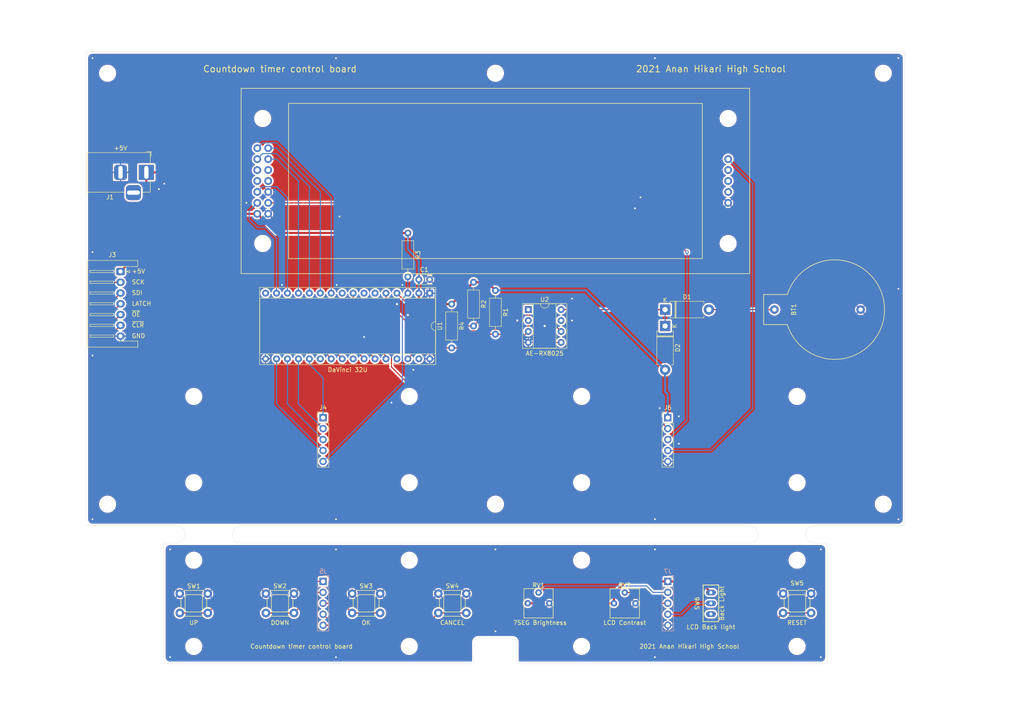
<source format=kicad_pcb>
(kicad_pcb (version 20171130) (host pcbnew "(5.1.10)-1")
  (layers (0 F.Cu signal) (31 B.Cu signal) (34 B.Paste user) (35 F.Paste user) (36 B.SilkS user) (37 F.SilkS user) (38 B.Mask user) (39 F.Mask user) (44 Edge.Cuts user))
  (net 0 "")
  (net 1 "Net-(BT1-Pad1)")
  (net 2 GND)
  (net 3 +5V)
  (net 4 "Net-(J1-Pad3)")
  (net 5 /LCD_CONT1)
  (net 6 /LCD_RS)
  (net 7 /LCD_EN)
  (net 8 "Net-(J2-Pad7)")
  (net 9 "Net-(J2-Pad8)")
  (net 10 "Net-(J2-Pad9)")
  (net 11 "Net-(J2-Pad10)")
  (net 12 /LCD_DB4)
  (net 13 /LCD_DB5)
  (net 14 /LCD_DB6)
  (net 15 /LCD_DB7)
  (net 16 /LCD_A1)
  (net 17 /SCK)
  (net 18 /SDI)
  (net 19 /LATCH)
  (net 20 /OE)
  (net 21 /CLR)
  (net 22 /RESET1)
  (net 23 /SW_CANCEL1)
  (net 24 /SW_OK1)
  (net 25 /SW_DOWN1)
  (net 26 /SW_UP1)
  (net 27 /SW_UP2)
  (net 28 /SW_DOWN2)
  (net 29 /SW_OK2)
  (net 30 /SW_CANCEL2)
  (net 31 /RESET2)
  (net 32 /PWM1)
  (net 33 /PWM2)
  (net 34 /LCD_CONT2)
  (net 35 /LCD_A2)
  (net 36 /SDA)
  (net 37 /SCL)
  (net 38 /INTA)
  (net 39 "Net-(U1-Pad6)")
  (net 40 "Net-(U1-Pad22)")
  (net 41 "Net-(U1-Pad7)")
  (net 42 "Net-(U1-Pad9)")
  (net 43 "Net-(U1-Pad25)")
  (net 44 "Net-(U1-Pad29)")
  (net 45 "Net-(U1-Pad31)")
  (net 46 "Net-(U1-Pad16)")
  (net 47 "Net-(U2-Pad1)")
  (net 48 "Net-(U2-Pad2)")
  (net 49 "Net-(U2-Pad7)")
  (net 50 "Net-(D1-Pad1)")
  (module MyLib:SS12D01G4 (layer F.Cu) (at 250 208 270)
    (fp_text reference SW6 (at 0 3.175 90) (layer F.SilkS))
    (fp_text value "Back Light" (at 0 -2.54 90) (layer F.SilkS))
    (pad e3 thru_hole oval (at 2.5 0 270) (size 1.3 2.3) (drill 0.7) (layers *.Cu *.Mask))
    (pad 2 thru_hole oval (at 0 0 270) (size 1.3 2.3) (drill 0.7) (layers *.Cu *.Mask) (net 35 /LCD_A2))
    (pad 1 thru_hole oval (at -2.5 0 270) (size 1.3 2.3) (drill 0.7) (layers *.Cu *.Mask) (net 3 +5V))
  )
  (module MyLib:GF063P1 (layer F.Cu) (at 230 208)
    (fp_text reference RV2 (at 0 -4.2) (layer F.SilkS))
    (fp_text value LCD_CONT)
    (pad 3 thru_hole circle (at 2.5 0) (size 1.5 1.5) (drill 0.7) (layers *.Cu *.Mask) (net 2 GND))
    (pad 2 thru_hole circle (at 0 -2.5) (size 1.5 1.5) (drill 0.7) (layers *.Cu *.Mask) (net 34 /LCD_CONT2))
    (pad 1 thru_hole circle (at -2.5 0) (size 1.5 1.5) (drill 0.7) (layers *.Cu *.Mask) (net 3 +5V))
  )
  (module MyLib:GF063P1 (layer F.Cu) (at 210 208)
    (fp_text reference RV1 (at 0 -4.2) (layer F.SilkS))
    (fp_text value 7SEG_BRGT)
    (pad 3 thru_hole circle (at 2.5 0) (size 1.5 1.5) (drill 0.7) (layers *.Cu *.Mask) (net 2 GND))
    (pad 2 thru_hole circle (at 0 -2.5) (size 1.5 1.5) (drill 0.7) (layers *.Cu *.Mask) (net 33 /PWM2))
    (pad 1 thru_hole circle (at -2.5 0) (size 1.5 1.5) (drill 0.7) (layers *.Cu *.Mask) (net 3 +5V))
  )
  (module MyLib:SC2004 (layer F.Cu) (at 200 110)
    (fp_text reference J2 hide)
    (fp_text value LCD_SC2004)
    (pad "" thru_hole circle (at 54 -2.54) (size 1.8 1.8) (drill 1) (layers *.Cu *.Mask))
    (pad "" thru_hole circle (at 54 2.54) (size 1.8 1.8) (drill 1) (layers *.Cu *.Mask))
    (pad "" thru_hole circle (at 54 0) (size 1.8 1.8) (drill 1) (layers *.Cu *.Mask))
    (pad 16 thru_hole circle (at 54 -5.08) (size 1.8 1.8) (drill 1) (layers *.Cu *.Mask) (net 16 /LCD_A1))
    (pad 15 thru_hole circle (at 54 5.08) (size 1.8 1.8) (drill 1) (layers *.Cu *.Mask) (net 2 GND))
    (pad "" np_thru_hole circle (at 54 14.5) (size 3.2 3.2) (drill 3.2) (layers *.Cu *.Mask))
    (pad "" np_thru_hole circle (at 54 -14.5) (size 3.2 3.2) (drill 3.2) (layers *.Cu *.Mask))
    (pad "" np_thru_hole circle (at -54 14.5) (size 3.2 3.2) (drill 3.2) (layers *.Cu *.Mask))
    (pad "" np_thru_hole circle (at -54 -14.5) (size 3.2 3.2) (drill 3.2) (layers *.Cu *.Mask))
    (pad 14 thru_hole circle (at -55.27 -7.62) (size 1.8 1.8) (drill 1) (layers *.Cu *.Mask) (net 15 /LCD_DB7))
    (pad 13 thru_hole circle (at -52.73 -7.62) (size 1.8 1.8) (drill 1) (layers *.Cu *.Mask) (net 14 /LCD_DB6))
    (pad 12 thru_hole circle (at -55.27 -5.08) (size 1.8 1.8) (drill 1) (layers *.Cu *.Mask) (net 13 /LCD_DB5))
    (pad 11 thru_hole circle (at -52.73 -5.08) (size 1.8 1.8) (drill 1) (layers *.Cu *.Mask) (net 12 /LCD_DB4))
    (pad 10 thru_hole circle (at -55.27 -2.54) (size 1.8 1.8) (drill 1) (layers *.Cu *.Mask) (net 11 "Net-(J2-Pad10)"))
    (pad 9 thru_hole circle (at -52.73 -2.54) (size 1.8 1.8) (drill 1) (layers *.Cu *.Mask) (net 10 "Net-(J2-Pad9)"))
    (pad 8 thru_hole circle (at -55.27 0) (size 1.8 1.8) (drill 1) (layers *.Cu *.Mask) (net 9 "Net-(J2-Pad8)"))
    (pad 7 thru_hole circle (at -52.73 0) (size 1.8 1.8) (drill 1) (layers *.Cu *.Mask) (net 8 "Net-(J2-Pad7)"))
    (pad 6 thru_hole circle (at -55.27 2.54) (size 1.8 1.8) (drill 1) (layers *.Cu *.Mask) (net 7 /LCD_EN))
    (pad 5 thru_hole circle (at -52.73 2.54) (size 1.8 1.8) (drill 1) (layers *.Cu *.Mask) (net 2 GND))
    (pad 4 thru_hole circle (at -55.27 5.08) (size 1.8 1.8) (drill 1) (layers *.Cu *.Mask) (net 6 /LCD_RS))
    (pad 3 thru_hole circle (at -52.73 5.08) (size 1.8 1.8) (drill 1) (layers *.Cu *.Mask) (net 5 /LCD_CONT1))
    (pad 2 thru_hole circle (at -55.27 7.62) (size 1.8 1.8) (drill 1) (layers *.Cu *.Mask) (net 3 +5V))
    (pad 1 thru_hole circle (at -52.73 7.62) (size 1.8 1.8) (drill 1) (layers *.Cu *.Mask) (net 2 GND))
  )
  (module MountingHole:MountingHole_2.5mm (layer F.Cu) (at 263 192)
    (fp_text reference REF** hide)
    (fp_text value MountingHole_2.5mm)
    (pad 1 np_thru_hole circle (at 0 0) (size 2.5 2.5) (drill 2.5) (layers *.Cu *.Mask))
  )
  (module MountingHole:MountingHole_2.5mm (layer F.Cu) (at 266.5 192)
    (fp_text reference REF** hide)
    (fp_text value MountingHole_2.5mm)
    (pad 1 np_thru_hole circle (at 0 0) (size 2.5 2.5) (drill 2.5) (layers *.Cu *.Mask))
  )
  (module MountingHole:MountingHole_2.5mm (layer F.Cu) (at 270 192)
    (fp_text reference REF** hide)
    (fp_text value MountingHole_2.5mm)
    (pad 1 np_thru_hole circle (at 0 0) (size 2.5 2.5) (drill 2.5) (layers *.Cu *.Mask))
  )
  (module MountingHole:MountingHole_2.5mm (layer F.Cu) (at 137 192)
    (fp_text reference REF** hide)
    (fp_text value MountingHole_2.5mm)
    (pad 1 np_thru_hole circle (at 0 0) (size 2.5 2.5) (drill 2.5) (layers *.Cu *.Mask))
  )
  (module MountingHole:MountingHole_2.5mm (layer F.Cu) (at 133.5 192)
    (fp_text reference REF** hide)
    (fp_text value MountingHole_2.5mm)
    (pad 1 np_thru_hole circle (at 0 0) (size 2.5 2.5) (drill 2.5) (layers *.Cu *.Mask))
  )
  (module MountingHole:MountingHole_2.5mm (layer F.Cu) (at 130 192)
    (fp_text reference REF** hide)
    (fp_text value MountingHole_2.5mm)
    (pad 1 np_thru_hole circle (at 0 0) (size 2.5 2.5) (drill 2.5) (layers *.Cu *.Mask))
  )
  (module MountingHole:MountingHole_3.2mm_M3 (layer F.Cu) (at 290 85)
    (fp_text reference REF** hide)
    (fp_text value MountingHole_3.2mm_M3 hide)
    (pad 1 np_thru_hole circle (at 0 0) (size 3.2 3.2) (drill 3.2) (layers *.Cu *.Mask))
  )
  (module MountingHole:MountingHole_3.2mm_M3 (layer F.Cu) (at 200 85)
    (fp_text reference REF** hide)
    (fp_text value MountingHole_3.2mm_M3 hide)
    (pad 1 np_thru_hole circle (at 0 0) (size 3.2 3.2) (drill 3.2) (layers *.Cu *.Mask))
  )
  (module MountingHole:MountingHole_3.2mm_M3 (layer F.Cu) (at 110 85)
    (fp_text reference REF** hide)
    (fp_text value MountingHole_3.2mm_M3 hide)
    (pad 1 np_thru_hole circle (at 0 0) (size 3.2 3.2) (drill 3.2) (layers *.Cu *.Mask))
  )
  (module MountingHole:MountingHole_3.2mm_M3 (layer F.Cu) (at 290 185)
    (fp_text reference REF** hide)
    (fp_text value MountingHole_3.2mm_M3 hide)
    (pad 1 np_thru_hole circle (at 0 0) (size 3.2 3.2) (drill 3.2) (layers *.Cu *.Mask))
  )
  (module MountingHole:MountingHole_3.2mm_M3 (layer F.Cu) (at 110 185)
    (fp_text reference REF** hide)
    (fp_text value MountingHole_3.2mm_M3 hide)
    (pad 1 np_thru_hole circle (at 0 0) (size 3.2 3.2) (drill 3.2) (layers *.Cu *.Mask))
  )
  (module MountingHole:MountingHole_3.2mm_M3 (layer F.Cu) (at 200 185)
    (fp_text reference REF** hide)
    (fp_text value MountingHole_3.2mm_M3 hide)
    (pad 1 np_thru_hole circle (at 0 0) (size 3.2 3.2) (drill 3.2) (layers *.Cu *.Mask))
  )
  (module MountingHole:MountingHole_3.2mm_M3 (layer F.Cu) (at 220 160)
    (fp_text reference REF** hide)
    (fp_text value MountingHole_3.2mm_M3 hide)
    (pad 1 np_thru_hole circle (at 0 0) (size 3.2 3.2) (drill 3.2) (layers *.Cu *.Mask))
  )
  (module MountingHole:MountingHole_3.2mm_M3 (layer F.Cu) (at 220 180)
    (fp_text reference REF** hide)
    (fp_text value MountingHole_3.2mm_M3 hide)
    (pad 1 np_thru_hole circle (at 0 0) (size 3.2 3.2) (drill 3.2) (layers *.Cu *.Mask))
  )
  (module MountingHole:MountingHole_3.2mm_M3 (layer F.Cu) (at 130 180)
    (fp_text reference REF** hide)
    (fp_text value MountingHole_3.2mm_M3 hide)
    (pad 1 np_thru_hole circle (at 0 0) (size 3.2 3.2) (drill 3.2) (layers *.Cu *.Mask))
  )
  (module MountingHole:MountingHole_3.2mm_M3 (layer F.Cu) (at 180 160)
    (fp_text reference REF** hide)
    (fp_text value MountingHole_3.2mm_M3 hide)
    (pad 1 np_thru_hole circle (at 0 0) (size 3.2 3.2) (drill 3.2) (layers *.Cu *.Mask))
  )
  (module MountingHole:MountingHole_3.2mm_M3 (layer F.Cu) (at 130 160)
    (fp_text reference REF** hide)
    (fp_text value MountingHole_3.2mm_M3 hide)
    (pad 1 np_thru_hole circle (at 0 0) (size 3.2 3.2) (drill 3.2) (layers *.Cu *.Mask))
  )
  (module MountingHole:MountingHole_3.2mm_M3 (layer F.Cu) (at 180 180)
    (fp_text reference REF** hide)
    (fp_text value MountingHole_3.2mm_M3 hide)
    (pad 1 np_thru_hole circle (at 0 0) (size 3.2 3.2) (drill 3.2) (layers *.Cu *.Mask))
  )
  (module MountingHole:MountingHole_3.2mm_M3 (layer F.Cu) (at 270 180)
    (fp_text reference REF** hide)
    (fp_text value MountingHole_3.2mm_M3 hide)
    (pad 1 np_thru_hole circle (at 0 0) (size 3.2 3.2) (drill 3.2) (layers *.Cu *.Mask))
  )
  (module MountingHole:MountingHole_3.2mm_M3 (layer F.Cu) (at 270 160)
    (fp_text reference REF** hide)
    (fp_text value MountingHole_3.2mm_M3 hide)
    (pad 1 np_thru_hole circle (at 0 0) (size 3.2 3.2) (drill 3.2) (layers *.Cu *.Mask))
  )
  (module MountingHole:MountingHole_3.2mm_M3 (layer F.Cu) (at 220 198)
    (fp_text reference REF** hide)
    (fp_text value MountingHole_3.2mm_M3 hide)
    (pad 1 np_thru_hole circle (at 0 0) (size 3.2 3.2) (drill 3.2) (layers *.Cu *.Mask))
  )
  (module MountingHole:MountingHole_3.2mm_M3 (layer F.Cu) (at 220 218)
    (fp_text reference REF** hide)
    (fp_text value MountingHole_3.2mm_M3 hide)
    (pad 1 np_thru_hole circle (at 0 0) (size 3.2 3.2) (drill 3.2) (layers *.Cu *.Mask))
  )
  (module MountingHole:MountingHole_3.2mm_M3 (layer F.Cu) (at 130 218)
    (fp_text reference REF** hide)
    (fp_text value MountingHole_3.2mm_M3 hide)
    (pad 1 np_thru_hole circle (at 0 0) (size 3.2 3.2) (drill 3.2) (layers *.Cu *.Mask))
  )
  (module MountingHole:MountingHole_3.2mm_M3 (layer F.Cu) (at 130 198)
    (fp_text reference REF** hide)
    (fp_text value MountingHole_3.2mm_M3 hide)
    (pad 1 np_thru_hole circle (at 0 0) (size 3.2 3.2) (drill 3.2) (layers *.Cu *.Mask))
  )
  (module MountingHole:MountingHole_3.2mm_M3 (layer F.Cu) (at 180 198)
    (fp_text reference REF** hide)
    (fp_text value MountingHole_3.2mm_M3 hide)
    (pad 1 np_thru_hole circle (at 0 0) (size 3.2 3.2) (drill 3.2) (layers *.Cu *.Mask))
  )
  (module MountingHole:MountingHole_3.2mm_M3 (layer F.Cu) (at 180 218)
    (fp_text reference REF** hide)
    (fp_text value MountingHole_3.2mm_M3 hide)
    (pad 1 np_thru_hole circle (at 0 0) (size 3.2 3.2) (drill 3.2) (layers *.Cu *.Mask))
  )
  (module MountingHole:MountingHole_3.2mm_M3 (layer F.Cu) (at 270 218)
    (fp_text reference REF** hide)
    (fp_text value MountingHole_3.2mm_M3 hide)
    (pad 1 np_thru_hole circle (at 0 0) (size 3.2 3.2) (drill 3.2) (layers *.Cu *.Mask))
  )
  (module MountingHole:MountingHole_3.2mm_M3 (layer F.Cu) (at 270 198)
    (fp_text reference REF** hide)
    (fp_text value MountingHole_3.2mm_M3 hide)
    (pad 1 np_thru_hole circle (at 0 0) (size 3.2 3.2) (drill 3.2) (layers *.Cu *.Mask))
  )
  (module Capacitor_THT:C_Disc_D3.4mm_W2.1mm_P2.50mm (layer F.Cu) (at 182.22 132.855)
    (fp_text reference C1 (at 1.25 -2.3) (layer F.SilkS))
    (fp_text value 0.1u)
    (pad 2 thru_hole circle (at 2.5 0) (size 1.6 1.6) (drill 0.8) (layers *.Cu *.Mask) (net 2 GND))
    (pad 1 thru_hole circle (at 0 0) (size 1.6 1.6) (drill 0.8) (layers *.Cu *.Mask) (net 3 +5V))
  )
  (module Diode_THT:D_DO-15_P10.16mm_Horizontal (layer F.Cu) (at 239.37 139.84)
    (fp_text reference D1 (at 5.08 -2.92) (layer F.SilkS))
    (fp_text value 1N4148)
    (fp_text user K (at 0 -2.2) (layer F.SilkS))
    (pad 2 thru_hole oval (at 10.16 0) (size 2.4 2.4) (drill 1.2) (layers *.Cu *.Mask) (net 1 "Net-(BT1-Pad1)"))
    (pad 1 thru_hole rect (at 0 0) (size 2.4 2.4) (drill 1.2) (layers *.Cu *.Mask) (net 50 "Net-(D1-Pad1)"))
  )
  (module Connector_BarrelJack:BarrelJack_Horizontal (layer F.Cu) (at 119 108)
    (fp_text reference J1 (at -8.45 5.75) (layer F.SilkS))
    (fp_text value POWER)
    (pad 3 thru_hole roundrect (at -3 4.7) (size 3.5 3.5) (drill oval 3 1) (layers *.Cu *.Mask) (net 4 "Net-(J1-Pad3)"))
    (pad 2 thru_hole roundrect (at -6 0) (size 3 3.5) (drill oval 1 3) (layers *.Cu *.Mask) (net 2 GND))
    (pad 1 thru_hole rect (at 0 0) (size 3.5 3.5) (drill oval 1 3) (layers *.Cu *.Mask) (net 3 +5V))
  )
  (module Connector_JST:JST_XH_S7B-XH-A-1_1x07_P2.50mm_Horizontal (layer F.Cu) (at 113 131 270)
    (fp_text reference J3 (at -3.86 1.9 180) (layer F.SilkS))
    (fp_text value SPI7SEG)
    (pad 7 thru_hole oval (at 15 0 270) (size 1.7 1.95) (drill 0.95) (layers *.Cu *.Mask) (net 2 GND))
    (pad 6 thru_hole oval (at 12.5 0 270) (size 1.7 1.95) (drill 0.95) (layers *.Cu *.Mask) (net 21 /CLR))
    (pad 5 thru_hole oval (at 10 0 270) (size 1.7 1.95) (drill 0.95) (layers *.Cu *.Mask) (net 20 /OE))
    (pad 4 thru_hole oval (at 7.5 0 270) (size 1.7 1.95) (drill 0.95) (layers *.Cu *.Mask) (net 19 /LATCH))
    (pad 3 thru_hole oval (at 5 0 270) (size 1.7 1.95) (drill 0.95) (layers *.Cu *.Mask) (net 18 /SDI))
    (pad 2 thru_hole oval (at 2.5 0 270) (size 1.7 1.95) (drill 0.95) (layers *.Cu *.Mask) (net 17 /SCK))
    (pad 1 thru_hole roundrect (at 0 0 270) (size 1.7 1.95) (drill 0.95) (layers *.Cu *.Mask) (roundrect_rratio 0.147059) (net 3 +5V))
  )
  (module Connector_PinHeader_2.54mm:PinHeader_1x05_P2.54mm_Vertical (layer F.Cu) (at 160 164.92)
    (fp_text reference J4 (at 0 -2.33) (layer F.SilkS))
    (fp_text value Conn_01x05)
    (pad 5 thru_hole oval (at 0 10.16) (size 1.7 1.7) (drill 1) (layers *.Cu *.Mask) (net 22 /RESET1))
    (pad 4 thru_hole oval (at 0 7.62) (size 1.7 1.7) (drill 1) (layers *.Cu *.Mask) (net 23 /SW_CANCEL1))
    (pad 3 thru_hole oval (at 0 5.08) (size 1.7 1.7) (drill 1) (layers *.Cu *.Mask) (net 24 /SW_OK1))
    (pad 2 thru_hole oval (at 0 2.54) (size 1.7 1.7) (drill 1) (layers *.Cu *.Mask) (net 25 /SW_DOWN1))
    (pad 1 thru_hole rect (at 0 0) (size 1.7 1.7) (drill 1) (layers *.Cu *.Mask) (net 26 /SW_UP1))
  )
  (module Connector_PinHeader_2.54mm:PinHeader_1x05_P2.54mm_Vertical (layer B.Cu) (at 160 202.92 180)
    (fp_text reference J5 (at 0 2.33) (layer B.SilkS) (effects (justify mirror)))
    (fp_text value Conn_01x05)
    (pad 5 thru_hole oval (at 0 -10.16 180) (size 1.7 1.7) (drill 1) (layers *.Cu *.Mask) (net 31 /RESET2))
    (pad 4 thru_hole oval (at 0 -7.62 180) (size 1.7 1.7) (drill 1) (layers *.Cu *.Mask) (net 30 /SW_CANCEL2))
    (pad 3 thru_hole oval (at 0 -5.08 180) (size 1.7 1.7) (drill 1) (layers *.Cu *.Mask) (net 29 /SW_OK2))
    (pad 2 thru_hole oval (at 0 -2.54 180) (size 1.7 1.7) (drill 1) (layers *.Cu *.Mask) (net 28 /SW_DOWN2))
    (pad 1 thru_hole rect (at 0 0 180) (size 1.7 1.7) (drill 1) (layers *.Cu *.Mask) (net 27 /SW_UP2))
  )
  (module Connector_PinHeader_2.54mm:PinHeader_1x05_P2.54mm_Vertical (layer F.Cu) (at 240 164.92)
    (fp_text reference J6 (at 0 -2.33) (layer F.SilkS))
    (fp_text value Conn_01x05)
    (pad 5 thru_hole oval (at 0 10.16) (size 1.7 1.7) (drill 1) (layers *.Cu *.Mask) (net 2 GND))
    (pad 4 thru_hole oval (at 0 7.62) (size 1.7 1.7) (drill 1) (layers *.Cu *.Mask) (net 16 /LCD_A1))
    (pad 3 thru_hole oval (at 0 5.08) (size 1.7 1.7) (drill 1) (layers *.Cu *.Mask) (net 5 /LCD_CONT1))
    (pad 2 thru_hole oval (at 0 2.54) (size 1.7 1.7) (drill 1) (layers *.Cu *.Mask) (net 32 /PWM1))
    (pad 1 thru_hole rect (at 0 0) (size 1.7 1.7) (drill 1) (layers *.Cu *.Mask) (net 3 +5V))
  )
  (module Connector_PinHeader_2.54mm:PinHeader_1x05_P2.54mm_Vertical (layer B.Cu) (at 240 202.92 180)
    (fp_text reference J7 (at 0 2.33) (layer B.SilkS) (effects (justify mirror)))
    (fp_text value Conn_01x05)
    (pad 5 thru_hole oval (at 0 -10.16 180) (size 1.7 1.7) (drill 1) (layers *.Cu *.Mask) (net 2 GND))
    (pad 4 thru_hole oval (at 0 -7.62 180) (size 1.7 1.7) (drill 1) (layers *.Cu *.Mask) (net 35 /LCD_A2))
    (pad 3 thru_hole oval (at 0 -5.08 180) (size 1.7 1.7) (drill 1) (layers *.Cu *.Mask) (net 34 /LCD_CONT2))
    (pad 2 thru_hole oval (at 0 -2.54 180) (size 1.7 1.7) (drill 1) (layers *.Cu *.Mask) (net 33 /PWM2))
    (pad 1 thru_hole rect (at 0 0 180) (size 1.7 1.7) (drill 1) (layers *.Cu *.Mask) (net 3 +5V))
  )
  (module Resistor_THT:R_Axial_DIN0207_L6.3mm_D2.5mm_P10.16mm_Horizontal (layer F.Cu) (at 200 135.395 270)
    (fp_text reference R1 (at 5.08 -2.37 90) (layer F.SilkS))
    (fp_text value 2k2)
    (pad 2 thru_hole oval (at 10.16 0 270) (size 1.6 1.6) (drill 0.8) (layers *.Cu *.Mask) (net 36 /SDA))
    (pad 1 thru_hole circle (at 0 0 270) (size 1.6 1.6) (drill 0.8) (layers *.Cu *.Mask) (net 3 +5V))
  )
  (module Resistor_THT:R_Axial_DIN0207_L6.3mm_D2.5mm_P10.16mm_Horizontal (layer F.Cu) (at 194.92 133.49 270)
    (fp_text reference R2 (at 5.08 -2.37 90) (layer F.SilkS))
    (fp_text value 2k2)
    (pad 2 thru_hole oval (at 10.16 0 270) (size 1.6 1.6) (drill 0.8) (layers *.Cu *.Mask) (net 37 /SCL))
    (pad 1 thru_hole circle (at 0 0 270) (size 1.6 1.6) (drill 0.8) (layers *.Cu *.Mask) (net 3 +5V))
  )
  (module Resistor_THT:R_Axial_DIN0207_L6.3mm_D2.5mm_P10.16mm_Horizontal (layer F.Cu) (at 179.68 122.06 270)
    (fp_text reference R3 (at 5.08 -2.37 90) (layer F.SilkS))
    (fp_text value 4k7)
    (pad 2 thru_hole oval (at 10.16 0 270) (size 1.6 1.6) (drill 0.8) (layers *.Cu *.Mask) (net 22 /RESET1))
    (pad 1 thru_hole circle (at 0 0 270) (size 1.6 1.6) (drill 0.8) (layers *.Cu *.Mask) (net 3 +5V))
  )
  (module Resistor_THT:R_Axial_DIN0207_L6.3mm_D2.5mm_P10.16mm_Horizontal (layer F.Cu) (at 189.84 138.57 270)
    (fp_text reference R4 (at 5.08 -2.37 90) (layer F.SilkS))
    (fp_text value 2k2)
    (pad 2 thru_hole oval (at 10.16 0 270) (size 1.6 1.6) (drill 0.8) (layers *.Cu *.Mask) (net 38 /INTA))
    (pad 1 thru_hole circle (at 0 0 270) (size 1.6 1.6) (drill 0.8) (layers *.Cu *.Mask) (net 3 +5V))
  )
  (module MyLib:TVDP01-G73AB (layer F.Cu) (at 130 208)
    (fp_text reference SW1 (at 0 -4) (layer F.SilkS))
    (fp_text value SW_UP)
    (pad 4 thru_hole circle (at 3.25 2.25) (size 2 2) (drill 1) (layers *.Cu *.Mask) (net 27 /SW_UP2))
    (pad 3 thru_hole circle (at 3.25 -2.25) (size 2 2) (drill 1) (layers *.Cu *.Mask) (net 2 GND))
    (pad 2 thru_hole circle (at -3.25 2.25) (size 2 2) (drill 1) (layers *.Cu *.Mask) (net 27 /SW_UP2))
    (pad 1 thru_hole circle (at -3.25 -2.25) (size 2 2) (drill 1) (layers *.Cu *.Mask) (net 2 GND))
  )
  (module MyLib:TVDP01-G73AB (layer F.Cu) (at 150 208)
    (fp_text reference SW2 (at 0 -4) (layer F.SilkS))
    (fp_text value SW_DOWN)
    (pad 4 thru_hole circle (at 3.25 2.25) (size 2 2) (drill 1) (layers *.Cu *.Mask) (net 28 /SW_DOWN2))
    (pad 3 thru_hole circle (at 3.25 -2.25) (size 2 2) (drill 1) (layers *.Cu *.Mask) (net 2 GND))
    (pad 2 thru_hole circle (at -3.25 2.25) (size 2 2) (drill 1) (layers *.Cu *.Mask) (net 28 /SW_DOWN2))
    (pad 1 thru_hole circle (at -3.25 -2.25) (size 2 2) (drill 1) (layers *.Cu *.Mask) (net 2 GND))
  )
  (module MyLib:TVDP01-G73AB (layer F.Cu) (at 170 208)
    (fp_text reference SW3 (at 0 -4) (layer F.SilkS))
    (fp_text value SW_OK)
    (pad 4 thru_hole circle (at 3.25 2.25) (size 2 2) (drill 1) (layers *.Cu *.Mask) (net 29 /SW_OK2))
    (pad 3 thru_hole circle (at 3.25 -2.25) (size 2 2) (drill 1) (layers *.Cu *.Mask) (net 2 GND))
    (pad 2 thru_hole circle (at -3.25 2.25) (size 2 2) (drill 1) (layers *.Cu *.Mask) (net 29 /SW_OK2))
    (pad 1 thru_hole circle (at -3.25 -2.25) (size 2 2) (drill 1) (layers *.Cu *.Mask) (net 2 GND))
  )
  (module MyLib:TVDP01-G73AB (layer F.Cu) (at 190 208)
    (fp_text reference SW4 (at 0 -4) (layer F.SilkS))
    (fp_text value SW_CANCEL)
    (pad 4 thru_hole circle (at 3.25 2.25) (size 2 2) (drill 1) (layers *.Cu *.Mask) (net 30 /SW_CANCEL2))
    (pad 3 thru_hole circle (at 3.25 -2.25) (size 2 2) (drill 1) (layers *.Cu *.Mask) (net 2 GND))
    (pad 2 thru_hole circle (at -3.25 2.25) (size 2 2) (drill 1) (layers *.Cu *.Mask) (net 30 /SW_CANCEL2))
    (pad 1 thru_hole circle (at -3.25 -2.25) (size 2 2) (drill 1) (layers *.Cu *.Mask) (net 2 GND))
  )
  (module MyLib:TVDP01-G73AB (layer F.Cu) (at 270 208)
    (fp_text reference SW5 (at 0 -4.66) (layer F.SilkS))
    (fp_text value RESET)
    (pad 4 thru_hole circle (at 3.25 2.25) (size 2 2) (drill 1) (layers *.Cu *.Mask) (net 31 /RESET2))
    (pad 3 thru_hole circle (at 3.25 -2.25) (size 2 2) (drill 1) (layers *.Cu *.Mask) (net 2 GND))
    (pad 2 thru_hole circle (at -3.25 2.25) (size 2 2) (drill 1) (layers *.Cu *.Mask) (net 31 /RESET2))
    (pad 1 thru_hole circle (at -3.25 -2.25) (size 2 2) (drill 1) (layers *.Cu *.Mask) (net 2 GND))
  )
  (module Package_DIP:DIP-32_W15.24mm_Socket (layer F.Cu) (at 184.76 136.03 270)
    (fp_text reference U1 (at 7.62 -2.33 90) (layer F.SilkS))
    (fp_text value DaVinci_32U)
    (pad 32 thru_hole oval (at 15.24 0 270) (size 1.6 1.6) (drill 0.8) (layers *.Cu *.Mask) (net 2 GND))
    (pad 16 thru_hole oval (at 0 38.1 270) (size 1.6 1.6) (drill 0.8) (layers *.Cu *.Mask) (net 46 "Net-(U1-Pad16)"))
    (pad 31 thru_hole oval (at 15.24 2.54 270) (size 1.6 1.6) (drill 0.8) (layers *.Cu *.Mask) (net 45 "Net-(U1-Pad31)"))
    (pad 15 thru_hole oval (at 0 35.56 270) (size 1.6 1.6) (drill 0.8) (layers *.Cu *.Mask) (net 6 /LCD_RS))
    (pad 30 thru_hole oval (at 15.24 5.08 270) (size 1.6 1.6) (drill 0.8) (layers *.Cu *.Mask) (net 38 /INTA))
    (pad 14 thru_hole oval (at 0 33.02 270) (size 1.6 1.6) (drill 0.8) (layers *.Cu *.Mask) (net 7 /LCD_EN))
    (pad 29 thru_hole oval (at 15.24 7.62 270) (size 1.6 1.6) (drill 0.8) (layers *.Cu *.Mask) (net 44 "Net-(U1-Pad29)"))
    (pad 13 thru_hole oval (at 0 30.48 270) (size 1.6 1.6) (drill 0.8) (layers *.Cu *.Mask) (net 12 /LCD_DB4))
    (pad 28 thru_hole oval (at 15.24 10.16 270) (size 1.6 1.6) (drill 0.8) (layers *.Cu *.Mask) (net 21 /CLR))
    (pad 12 thru_hole oval (at 0 27.94 270) (size 1.6 1.6) (drill 0.8) (layers *.Cu *.Mask) (net 13 /LCD_DB5))
    (pad 27 thru_hole oval (at 15.24 12.7 270) (size 1.6 1.6) (drill 0.8) (layers *.Cu *.Mask) (net 20 /OE))
    (pad 11 thru_hole oval (at 0 25.4 270) (size 1.6 1.6) (drill 0.8) (layers *.Cu *.Mask) (net 14 /LCD_DB6))
    (pad 26 thru_hole oval (at 15.24 15.24 270) (size 1.6 1.6) (drill 0.8) (layers *.Cu *.Mask) (net 19 /LATCH))
    (pad 10 thru_hole oval (at 0 22.86 270) (size 1.6 1.6) (drill 0.8) (layers *.Cu *.Mask) (net 15 /LCD_DB7))
    (pad 25 thru_hole oval (at 15.24 17.78 270) (size 1.6 1.6) (drill 0.8) (layers *.Cu *.Mask) (net 43 "Net-(U1-Pad25)"))
    (pad 9 thru_hole oval (at 0 20.32 270) (size 1.6 1.6) (drill 0.8) (layers *.Cu *.Mask) (net 42 "Net-(U1-Pad9)"))
    (pad 24 thru_hole oval (at 15.24 20.32 270) (size 1.6 1.6) (drill 0.8) (layers *.Cu *.Mask) (net 18 /SDI))
    (pad 8 thru_hole oval (at 0 17.78 270) (size 1.6 1.6) (drill 0.8) (layers *.Cu *.Mask) (net 32 /PWM1))
    (pad 23 thru_hole oval (at 15.24 22.86 270) (size 1.6 1.6) (drill 0.8) (layers *.Cu *.Mask) (net 17 /SCK))
    (pad 7 thru_hole oval (at 0 15.24 270) (size 1.6 1.6) (drill 0.8) (layers *.Cu *.Mask) (net 41 "Net-(U1-Pad7)"))
    (pad 22 thru_hole oval (at 15.24 25.4 270) (size 1.6 1.6) (drill 0.8) (layers *.Cu *.Mask) (net 40 "Net-(U1-Pad22)"))
    (pad 6 thru_hole oval (at 0 12.7 270) (size 1.6 1.6) (drill 0.8) (layers *.Cu *.Mask) (net 39 "Net-(U1-Pad6)"))
    (pad 21 thru_hole oval (at 15.24 27.94 270) (size 1.6 1.6) (drill 0.8) (layers *.Cu *.Mask) (net 26 /SW_UP1))
    (pad 5 thru_hole oval (at 0 10.16 270) (size 1.6 1.6) (drill 0.8) (layers *.Cu *.Mask) (net 36 /SDA))
    (pad 20 thru_hole oval (at 15.24 30.48 270) (size 1.6 1.6) (drill 0.8) (layers *.Cu *.Mask) (net 25 /SW_DOWN1))
    (pad 4 thru_hole oval (at 0 7.62 270) (size 1.6 1.6) (drill 0.8) (layers *.Cu *.Mask) (net 37 /SCL))
    (pad 19 thru_hole oval (at 15.24 33.02 270) (size 1.6 1.6) (drill 0.8) (layers *.Cu *.Mask) (net 24 /SW_OK1))
    (pad 3 thru_hole oval (at 0 5.08 270) (size 1.6 1.6) (drill 0.8) (layers *.Cu *.Mask) (net 22 /RESET1))
    (pad 18 thru_hole oval (at 15.24 35.56 270) (size 1.6 1.6) (drill 0.8) (layers *.Cu *.Mask) (net 23 /SW_CANCEL1))
    (pad 2 thru_hole oval (at 0 2.54 270) (size 1.6 1.6) (drill 0.8) (layers *.Cu *.Mask) (net 3 +5V))
    (pad 17 thru_hole oval (at 15.24 38.1 270) (size 1.6 1.6) (drill 0.8) (layers *.Cu *.Mask) (net 2 GND))
    (pad 1 thru_hole rect (at 0 0 270) (size 1.6 1.6) (drill 0.8) (layers *.Cu *.Mask) (net 2 GND))
  )
  (module Package_DIP:DIP-8_W7.62mm_Socket (layer F.Cu) (at 207.62 139.84)
    (fp_text reference U2 (at 3.81 -2.33) (layer F.SilkS))
    (fp_text value AE-RX8025)
    (pad 8 thru_hole oval (at 7.62 0) (size 1.6 1.6) (drill 0.8) (layers *.Cu *.Mask) (net 50 "Net-(D1-Pad1)"))
    (pad 4 thru_hole oval (at 0 7.62) (size 1.6 1.6) (drill 0.8) (layers *.Cu *.Mask) (net 2 GND))
    (pad 7 thru_hole oval (at 7.62 2.54) (size 1.6 1.6) (drill 0.8) (layers *.Cu *.Mask) (net 49 "Net-(U2-Pad7)"))
    (pad 3 thru_hole oval (at 0 5.08) (size 1.6 1.6) (drill 0.8) (layers *.Cu *.Mask) (net 38 /INTA))
    (pad 6 thru_hole oval (at 7.62 5.08) (size 1.6 1.6) (drill 0.8) (layers *.Cu *.Mask) (net 37 /SCL))
    (pad 2 thru_hole oval (at 0 2.54) (size 1.6 1.6) (drill 0.8) (layers *.Cu *.Mask) (net 48 "Net-(U2-Pad2)"))
    (pad 5 thru_hole oval (at 7.62 7.62) (size 1.6 1.6) (drill 0.8) (layers *.Cu *.Mask) (net 36 /SDA))
    (pad 1 thru_hole rect (at 0 0) (size 1.6 1.6) (drill 0.8) (layers *.Cu *.Mask) (net 47 "Net-(U2-Pad1)"))
  )
  (module Diode_THT:D_DO-15_P10.16mm_Horizontal (layer F.Cu) (at 239.37 143.65 270)
    (fp_text reference D2 (at 5.08 -2.92 90) (layer F.SilkS))
    (fp_text value 1N4148)
    (fp_text user K (at 0 -2.2 90) (layer F.SilkS))
    (pad 2 thru_hole oval (at 10.16 0 270) (size 2.4 2.4) (drill 1.2) (layers *.Cu *.Mask) (net 3 +5V))
    (pad 1 thru_hole rect (at 0 0 270) (size 2.4 2.4) (drill 1.2) (layers *.Cu *.Mask) (net 50 "Net-(D1-Pad1)"))
  )
  (module MyLib:CH25-2032LF (layer F.Cu) (at 278.74 139.84 270)
    (fp_text reference BT1 (at 0 9.5 90) (layer F.SilkS))
    (fp_text value CR2025)
    (pad 2 thru_hole circle (at 0 -6 270) (size 2 2) (drill 1) (layers *.Cu *.Mask) (net 2 GND))
    (pad 1 thru_hole circle (at 0 14 270) (size 2 2) (drill 1) (layers *.Cu *.Mask) (net 1 "Net-(BT1-Pad1)"))
  )
  (gr_text AE-RX8025 (at 211.43 150) (layer F.SilkS) (effects (font (size 1 1))))
  (gr_text "DaVinci 32U" (at 165.71 153.81) (layer F.SilkS) (effects (font (size 1 1))))
  (gr_text "Countdown timer control board" (at 155 218) (layer F.SilkS) (effects (font (size 1 1))))
  (gr_text "2021 Anan Hikari High School" (at 250 84) (layer F.SilkS) (effects (font (size 1.5 1.5) (thickness 0.2))))
  (gr_text "Countdown timer control board" (at 150 84) (layer F.SilkS) (effects (font (size 1.5 1.5) (thickness 0.2))))
  (gr_text "2021 Anan Hikari High School" (at 245 218) (layer F.SilkS) (effects (font (size 1 1))))
  (gr_text UP (at 130 212.5) (layer F.SilkS) (effects (font (size 1 1))))
  (gr_text DOWN (at 150 212.5) (layer F.SilkS) (effects (font (size 1 1))))
  (gr_text OK (at 170 212.5) (layer F.SilkS) (effects (font (size 1 1))))
  (gr_text CANCEL (at 190 212.5) (layer F.SilkS) (effects (font (size 1 1))))
  (gr_text RESET (at 270 212.5) (layer F.SilkS) (effects (font (size 1 1))))
  (gr_text "LCD Back light" (at 250 213.5) (layer F.SilkS) (effects (font (size 1 1))))
  (gr_text "LCD Contrast" (at 230 212.5) (layer F.SilkS) (effects (font (size 1 1))))
  (gr_text "7SEG Brightness" (at 210.32 212.5) (layer F.SilkS) (effects (font (size 1 1))))
  (gr_text GND (at 115.545 145.95) (layer F.SilkS) (effects (font (size 1 1)) (justify left)))
  (gr_text ~CLR (at 115.545 143.45) (layer F.SilkS) (effects (font (size 1 1)) (justify left)))
  (gr_text ~OE (at 115.545 140.95) (layer F.SilkS) (effects (font (size 1 1)) (justify left)))
  (gr_text LATCH (at 115.545 138.45) (layer F.SilkS) (effects (font (size 1 1)) (justify left)))
  (gr_text SDI (at 115.545 135.95) (layer F.SilkS) (effects (font (size 1 1)) (justify left)))
  (gr_text SCK (at 115.545 133.45) (layer F.SilkS) (effects (font (size 1 1)) (justify left)))
  (gr_text +5V (at 115.545 130.95) (layer F.SilkS) (effects (font (size 1 1)) (justify left)))
  (gr_line (start 141 194) (end 259 194) (layer Edge.Cuts) (width 0.05))
  (gr_line (start 259 190) (end 141 190) (layer Edge.Cuts) (width 0.05))
  (gr_arc (start 259 192) (end 259 194) (angle -180) (layer Edge.Cuts) (width 0.05))
  (gr_line (start 277 194) (end 274 194) (layer Edge.Cuts) (width 0.05))
  (gr_line (start 274 190) (end 295 190) (layer Edge.Cuts) (width 0.05))
  (gr_line (start 123 194) (end 126 194) (layer Edge.Cuts) (width 0.05))
  (gr_arc (start 141 192) (end 141 190) (angle -180) (layer Edge.Cuts) (width 0.05))
  (gr_line (start 126 190) (end 105 190) (layer Edge.Cuts) (width 0.05))
  (gr_arc (start 126 192) (end 126 194) (angle -180) (layer Edge.Cuts) (width 0.05))
  (gr_arc (start 274 192) (end 274 190) (angle -180) (layer Edge.Cuts) (width 0.05))
  (gr_text +5V (at 113.005 102.375) (layer F.SilkS) (effects (font (size 1 1))))
  (gr_line (start 105 80) (end 105 190) (layer Edge.Cuts) (width 0.05))
  (gr_line (start 295 80) (end 105 80) (layer Edge.Cuts) (width 0.05))
  (gr_line (start 295 190) (end 295 80) (layer Edge.Cuts) (width 0.05))
  (gr_line (start 195 222) (end 123 222) (layer Edge.Cuts) (width 0.05))
  (gr_line (start 205 222) (end 277 222) (layer Edge.Cuts) (width 0.05))
  (gr_arc (start 204 217) (end 205 217) (angle -90) (layer Edge.Cuts) (width 0.05))
  (gr_arc (start 196 217) (end 196 216) (angle -90) (layer Edge.Cuts) (width 0.05))
  (gr_line (start 205 217) (end 205 222) (layer Edge.Cuts) (width 0.05))
  (gr_line (start 196 216) (end 204 216) (layer Edge.Cuts) (width 0.05))
  (gr_line (start 195 222) (end 195 217) (layer Edge.Cuts) (width 0.05))
  (gr_line (start 277 222) (end 277 194) (layer Edge.Cuts) (width 0.05))
  (gr_line (start 123 194) (end 123 222) (layer Edge.Cuts) (width 0.05))
  (segment (start 264.74 139.84) (end 249.53 139.84) (width 0.25) (layer F.Cu) (net 1))
  (via (at 106.5 81.5) (size 0.8) (drill 0.4) (layers F.Cu B.Cu) (net 2))
  (via (at 293.5 81.5) (size 0.8) (drill 0.4) (layers F.Cu B.Cu) (net 2))
  (via (at 293.5 188.5) (size 0.8) (drill 0.4) (layers F.Cu B.Cu) (net 2))
  (via (at 106.5 188.5) (size 0.8) (drill 0.4) (layers F.Cu B.Cu) (net 2))
  (via (at 163 81.5) (size 0.8) (drill 0.4) (layers F.Cu B.Cu) (net 2))
  (via (at 237 81.5) (size 0.8) (drill 0.4) (layers F.Cu B.Cu) (net 2))
  (via (at 237 188.5) (size 0.8) (drill 0.4) (layers F.Cu B.Cu) (net 2))
  (via (at 163 188.5) (size 0.8) (drill 0.4) (layers F.Cu B.Cu) (net 2))
  (via (at 293.5 135) (size 0.8) (drill 0.4) (layers F.Cu B.Cu) (net 2))
  (via (at 106.5 126.5) (size 0.8) (drill 0.4) (layers F.Cu B.Cu) (net 2))
  (via (at 106.5 150.5) (size 0.8) (drill 0.4) (layers F.Cu B.Cu) (net 2))
  (via (at 163.805 118.25) (size 0.8) (drill 0.4) (layers F.Cu B.Cu) (net 2))
  (via (at 124.5 195.5) (size 0.8) (drill 0.4) (layers F.Cu B.Cu) (net 2))
  (via (at 124.5 220.5) (size 0.8) (drill 0.4) (layers F.Cu B.Cu) (net 2))
  (via (at 275.5 220.5) (size 0.8) (drill 0.4) (layers F.Cu B.Cu) (net 2))
  (via (at 275.5 195.5) (size 0.8) (drill 0.4) (layers F.Cu B.Cu) (net 2))
  (via (at 200 195.5) (size 0.8) (drill 0.4) (layers F.Cu B.Cu) (net 2))
  (via (at 200 214.5) (size 0.8) (drill 0.4) (layers F.Cu B.Cu) (net 2))
  (via (at 123.165 110.63) (size 0.8) (drill 0.4) (layers F.Cu B.Cu) (net 2))
  (via (at 121.895 111.9) (size 0.8) (drill 0.4) (layers F.Cu B.Cu) (net 2))
  (via (at 142.215 115.075) (size 0.8) (drill 0.4) (layers F.Cu B.Cu) (net 2))
  (via (at 169.52 146.19) (size 0.8) (drill 0.4) (layers F.Cu B.Cu) (net 2))
  (via (at 150.47 134.125) (size 0.8) (drill 0.4) (layers F.Cu B.Cu) (net 2))
  (via (at 163.17 134.125) (size 0.8) (drill 0.4) (layers F.Cu B.Cu) (net 2))
  (via (at 178.41 134.125) (size 0.8) (drill 0.4) (layers F.Cu B.Cu) (net 2))
  (via (at 180.95 153.81) (size 0.8) (drill 0.4) (layers F.Cu B.Cu) (net 2))
  (via (at 242.545 170.955) (size 0.8) (drill 0.4) (layers F.Cu B.Cu) (net 2))
  (via (at 242.545 164.605) (size 0.8) (drill 0.4) (layers F.Cu B.Cu) (net 2))
  (via (at 238.1 162.7) (size 0.8) (drill 0.4) (layers F.Cu B.Cu) (net 2))
  (via (at 175.87 161.43) (size 0.8) (drill 0.4) (layers F.Cu B.Cu) (net 2))
  (via (at 163 195.5) (size 0.8) (drill 0.4) (layers F.Cu B.Cu) (net 2))
  (via (at 163 220.5) (size 0.8) (drill 0.4) (layers F.Cu B.Cu) (net 2))
  (via (at 237 195.5) (size 0.8) (drill 0.4) (layers F.Cu B.Cu) (net 2))
  (via (at 237 220.5) (size 0.8) (drill 0.4) (layers F.Cu B.Cu) (net 2))
  (via (at 205.08 142.38) (size 1) (drill 0.5) (layers F.Cu B.Cu) (net 2))
  (segment (start 205.08 144.92) (end 207.62 147.46) (width 0.5) (layer B.Cu) (net 2))
  (segment (start 205.08 142.38) (end 205.08 144.92) (width 0.5) (layer B.Cu) (net 2))
  (segment (start 179.68 141.11) (end 184.76 136.03) (width 0.5) (layer B.Cu) (net 2))
  (via (at 179.68 141.11) (size 1) (drill 0.5) (layers F.Cu B.Cu) (net 2))
  (segment (start 203.175 142.38) (end 205.08 142.38) (width 0.5) (layer F.Cu) (net 2))
  (segment (start 183.49 144.92) (end 198.095 144.92) (width 0.5) (layer F.Cu) (net 2))
  (segment (start 179.68 141.11) (end 183.49 144.92) (width 0.5) (layer F.Cu) (net 2))
  (segment (start 198.095 144.92) (end 198.73 144.285) (width 0.5) (layer F.Cu) (net 2))
  (segment (start 198.73 144.285) (end 201.27 144.285) (width 0.5) (layer F.Cu) (net 2))
  (segment (start 201.27 144.285) (end 203.175 142.38) (width 0.5) (layer F.Cu) (net 2))
  (via (at 211.43 143.65) (size 1) (drill 0.5) (layers F.Cu B.Cu) (net 2))
  (segment (start 207.62 147.46) (end 211.43 143.65) (width 0.5) (layer B.Cu) (net 2))
  (via (at 177.14 138.57) (size 1) (drill 0.5) (layers F.Cu B.Cu) (net 2))
  (segment (start 179.68 141.11) (end 177.14 138.57) (width 0.5) (layer F.Cu) (net 2))
  (via (at 232.385 116.345) (size 0.8) (drill 0.4) (layers F.Cu B.Cu) (net 2))
  (via (at 233.655 113.805) (size 0.8) (drill 0.4) (layers F.Cu B.Cu) (net 2))
  (via (at 217.78 137.3) (size 0.8) (drill 0.4) (layers F.Cu B.Cu) (net 2))
  (via (at 217.78 142.38) (size 0.8) (drill 0.4) (layers F.Cu B.Cu) (net 2))
  (segment (start 171.924999 204.424999) (end 173.25 205.75) (width 0.25) (layer B.Cu) (net 2))
  (segment (start 210.105 208) (end 207.5 208) (width 0.5) (layer F.Cu) (net 3))
  (segment (start 211.59 206.515) (end 210.105 208) (width 0.5) (layer F.Cu) (net 3))
  (segment (start 214.13 206.515) (end 211.59 206.515) (width 0.5) (layer F.Cu) (net 3))
  (segment (start 227.5 208) (end 215.615 208) (width 0.5) (layer F.Cu) (net 3))
  (segment (start 215.615 208) (end 214.13 206.515) (width 0.5) (layer F.Cu) (net 3))
  (segment (start 247.42 202.92) (end 250 205.5) (width 0.5) (layer F.Cu) (net 3))
  (segment (start 240 202.92) (end 247.42 202.92) (width 0.5) (layer F.Cu) (net 3))
  (segment (start 119 125) (end 113 131) (width 0.5) (layer F.Cu) (net 3))
  (segment (start 119 108) (end 119 125) (width 0.5) (layer F.Cu) (net 3))
  (segment (start 149.17 122.06) (end 179.68 122.06) (width 0.5) (layer F.Cu) (net 3))
  (segment (start 144.73 117.62) (end 149.17 122.06) (width 0.5) (layer F.Cu) (net 3))
  (segment (start 136.505 117.62) (end 144.73 117.62) (width 0.5) (layer F.Cu) (net 3))
  (segment (start 119 108) (end 126.885 108) (width 0.5) (layer F.Cu) (net 3))
  (segment (start 126.885 108) (end 136.505 117.62) (width 0.5) (layer F.Cu) (net 3))
  (segment (start 182.22 132.855) (end 182.22 136.03) (width 0.5) (layer B.Cu) (net 3))
  (segment (start 179.68 122.06) (end 179.68 125.87) (width 0.5) (layer B.Cu) (net 3))
  (segment (start 182.22 128.41) (end 182.22 132.855) (width 0.5) (layer B.Cu) (net 3))
  (segment (start 179.68 125.87) (end 182.22 128.41) (width 0.5) (layer B.Cu) (net 3))
  (segment (start 240 202.92) (end 230.265 202.92) (width 0.5) (layer F.Cu) (net 3))
  (segment (start 227.5 205.685) (end 227.5 208) (width 0.5) (layer F.Cu) (net 3))
  (segment (start 230.265 202.92) (end 227.5 205.685) (width 0.5) (layer F.Cu) (net 3))
  (segment (start 182.22 136.03) (end 182.22 137.3) (width 0.5) (layer F.Cu) (net 3))
  (segment (start 183.49 138.57) (end 189.84 138.57) (width 0.5) (layer F.Cu) (net 3))
  (segment (start 182.22 137.3) (end 183.49 138.57) (width 0.5) (layer F.Cu) (net 3))
  (segment (start 189.84 138.57) (end 194.92 133.49) (width 0.5) (layer F.Cu) (net 3))
  (segment (start 198.095 133.49) (end 200 135.395) (width 0.5) (layer F.Cu) (net 3))
  (segment (start 194.92 133.49) (end 198.095 133.49) (width 0.5) (layer F.Cu) (net 3))
  (segment (start 239.37 153.81) (end 239.37 158.89) (width 0.5) (layer B.Cu) (net 3))
  (segment (start 240 159.52) (end 240 164.92) (width 0.5) (layer B.Cu) (net 3))
  (segment (start 239.37 158.89) (end 240 159.52) (width 0.5) (layer B.Cu) (net 3))
  (segment (start 220.955 135.395) (end 239.37 153.81) (width 0.5) (layer B.Cu) (net 3))
  (segment (start 200 135.395) (end 220.955 135.395) (width 0.5) (layer B.Cu) (net 3))
  (segment (start 233.025 115.08) (end 147.27 115.08) (width 0.25) (layer F.Cu) (net 5))
  (segment (start 244.45 126.505) (end 233.025 115.08) (width 0.25) (layer F.Cu) (net 5))
  (segment (start 240 170) (end 244.45 165.55) (width 0.25) (layer B.Cu) (net 5))
  (via (at 244.45 126.505) (size 0.8) (drill 0.4) (layers F.Cu B.Cu) (net 5))
  (segment (start 244.45 165.55) (end 244.45 126.505) (width 0.25) (layer B.Cu) (net 5))
  (segment (start 142.85 116.96) (end 144.73 115.08) (width 0.25) (layer B.Cu) (net 6))
  (segment (start 149.2 123.33) (end 146.66 120.79) (width 0.25) (layer B.Cu) (net 6))
  (segment (start 142.85 118.885) (end 142.85 116.96) (width 0.25) (layer B.Cu) (net 6))
  (segment (start 149.2 136.03) (end 149.2 123.33) (width 0.25) (layer B.Cu) (net 6))
  (segment (start 146.66 120.79) (end 144.755 120.79) (width 0.25) (layer B.Cu) (net 6))
  (segment (start 144.755 120.79) (end 142.85 118.885) (width 0.25) (layer B.Cu) (net 6))
  (segment (start 145.955001 111.314999) (end 144.73 112.54) (width 0.25) (layer B.Cu) (net 7))
  (segment (start 149.249999 111.314999) (end 145.955001 111.314999) (width 0.25) (layer B.Cu) (net 7))
  (segment (start 151.74 136.03) (end 151.74 113.805) (width 0.25) (layer B.Cu) (net 7))
  (segment (start 151.74 113.805) (end 149.249999 111.314999) (width 0.25) (layer B.Cu) (net 7))
  (segment (start 154.28 136.03) (end 154.28 109.995) (width 0.25) (layer B.Cu) (net 12))
  (segment (start 149.205 104.92) (end 147.27 104.92) (width 0.25) (layer B.Cu) (net 12))
  (segment (start 154.28 109.995) (end 149.205 104.92) (width 0.25) (layer B.Cu) (net 12))
  (segment (start 146.005 103.645) (end 144.73 104.92) (width 0.25) (layer B.Cu) (net 13))
  (segment (start 149.2 103.645) (end 146.005 103.645) (width 0.25) (layer B.Cu) (net 13))
  (segment (start 156.82 136.03) (end 156.82 111.265) (width 0.25) (layer B.Cu) (net 13))
  (segment (start 156.82 111.265) (end 149.2 103.645) (width 0.25) (layer B.Cu) (net 13))
  (segment (start 149.205 102.38) (end 147.27 102.38) (width 0.25) (layer B.Cu) (net 14))
  (segment (start 159.36 136.03) (end 159.36 112.535) (width 0.25) (layer B.Cu) (net 14))
  (segment (start 159.36 112.535) (end 149.205 102.38) (width 0.25) (layer B.Cu) (net 14))
  (segment (start 145.955001 101.154999) (end 144.73 102.38) (width 0.25) (layer B.Cu) (net 15))
  (segment (start 149.249999 101.154999) (end 145.955001 101.154999) (width 0.25) (layer B.Cu) (net 15))
  (segment (start 161.9 136.03) (end 161.9 113.805) (width 0.25) (layer B.Cu) (net 15))
  (segment (start 161.9 113.805) (end 149.249999 101.154999) (width 0.25) (layer B.Cu) (net 15))
  (segment (start 259.69 110.61) (end 254 104.92) (width 0.25) (layer B.Cu) (net 16))
  (segment (start 259.69 162.85) (end 259.69 110.61) (width 0.25) (layer B.Cu) (net 16))
  (segment (start 250 172.54) (end 259.69 162.85) (width 0.25) (layer B.Cu) (net 16))
  (segment (start 240 172.54) (end 250 172.54) (width 0.25) (layer B.Cu) (net 16))
  (segment (start 111.775 133.5) (end 113 133.5) (width 0.25) (layer F.Cu) (net 17))
  (segment (start 160.63 150) (end 112.198501 150) (width 0.25) (layer F.Cu) (net 17))
  (segment (start 109.195 136.08) (end 111.775 133.5) (width 0.25) (layer F.Cu) (net 17))
  (segment (start 161.9 151.27) (end 160.63 150) (width 0.25) (layer F.Cu) (net 17))
  (segment (start 112.198501 150) (end 109.195 146.996499) (width 0.25) (layer F.Cu) (net 17))
  (segment (start 109.195 146.996499) (end 109.195 136.08) (width 0.25) (layer F.Cu) (net 17))
  (segment (start 109.83 139.17) (end 113 136) (width 0.25) (layer F.Cu) (net 18))
  (segment (start 162.535 149.365) (end 112.19991 149.365) (width 0.25) (layer F.Cu) (net 18))
  (segment (start 164.44 151.27) (end 162.535 149.365) (width 0.25) (layer F.Cu) (net 18))
  (segment (start 112.19991 149.365) (end 109.83 146.99509) (width 0.25) (layer F.Cu) (net 18))
  (segment (start 109.83 146.99509) (end 109.83 139.17) (width 0.25) (layer F.Cu) (net 18))
  (segment (start 110.465 141.035) (end 113 138.5) (width 0.25) (layer F.Cu) (net 19))
  (segment (start 166.98 148.73) (end 112.201321 148.73) (width 0.25) (layer F.Cu) (net 19))
  (segment (start 169.52 151.27) (end 166.98 148.73) (width 0.25) (layer F.Cu) (net 19))
  (segment (start 112.201321 148.73) (end 110.465 146.993679) (width 0.25) (layer F.Cu) (net 19))
  (segment (start 110.465 146.993679) (end 110.465 141.035) (width 0.25) (layer F.Cu) (net 19))
  (segment (start 113.11 141.11) (end 113 141) (width 0.25) (layer F.Cu) (net 20))
  (segment (start 113.11 141.11) (end 113 141) (width 0.25) (layer B.Cu) (net 20))
  (segment (start 111.1 142.9) (end 113 141) (width 0.25) (layer F.Cu) (net 20))
  (segment (start 112.202732 148.095) (end 111.1 146.992268) (width 0.25) (layer F.Cu) (net 20))
  (segment (start 168.885 148.095) (end 112.202732 148.095) (width 0.25) (layer F.Cu) (net 20))
  (segment (start 172.06 151.27) (end 168.885 148.095) (width 0.25) (layer F.Cu) (net 20))
  (segment (start 111.1 146.992268) (end 111.1 142.9) (width 0.25) (layer F.Cu) (net 20))
  (segment (start 111.69999 144.80001) (end 113 143.5) (width 0.25) (layer F.Cu) (net 21))
  (segment (start 174.6 151.27) (end 174.6 150.635) (width 0.25) (layer F.Cu) (net 21))
  (segment (start 112.204143 147.46) (end 111.69999 146.955847) (width 0.25) (layer F.Cu) (net 21))
  (segment (start 171.425 147.46) (end 112.204143 147.46) (width 0.25) (layer F.Cu) (net 21))
  (segment (start 174.6 150.635) (end 171.425 147.46) (width 0.25) (layer F.Cu) (net 21))
  (segment (start 111.69999 146.955847) (end 111.69999 144.80001) (width 0.25) (layer F.Cu) (net 21))
  (segment (start 179.68 132.22) (end 179.68 136.03) (width 0.25) (layer B.Cu) (net 22))
  (segment (start 178.41 137.3) (end 179.68 136.03) (width 0.25) (layer B.Cu) (net 22))
  (segment (start 160 175.08) (end 178.41 156.67) (width 0.25) (layer B.Cu) (net 22))
  (segment (start 178.41 156.67) (end 178.41 137.3) (width 0.25) (layer B.Cu) (net 22))
  (segment (start 149.2 161.74) (end 149.2 151.27) (width 0.25) (layer B.Cu) (net 23))
  (segment (start 160 172.54) (end 149.2 161.74) (width 0.25) (layer B.Cu) (net 23))
  (segment (start 151.74 161.74) (end 151.74 151.27) (width 0.25) (layer B.Cu) (net 24))
  (segment (start 160 170) (end 151.74 161.74) (width 0.25) (layer B.Cu) (net 24))
  (segment (start 154.28 161.74) (end 154.28 151.27) (width 0.25) (layer B.Cu) (net 25))
  (segment (start 160 167.46) (end 154.28 161.74) (width 0.25) (layer B.Cu) (net 25))
  (segment (start 159.995 155.715) (end 156.82 152.54) (width 0.25) (layer B.Cu) (net 26))
  (segment (start 156.82 152.54) (end 156.82 151.27) (width 0.25) (layer B.Cu) (net 26))
  (segment (start 160 164.92) (end 159.995 164.92) (width 0.25) (layer B.Cu) (net 26))
  (segment (start 159.995 164.92) (end 159.995 155.715) (width 0.25) (layer B.Cu) (net 26))
  (segment (start 126.75 210.25) (end 133.25 210.25) (width 0.25) (layer F.Cu) (net 27))
  (segment (start 140.58 202.92) (end 160 202.92) (width 0.25) (layer F.Cu) (net 27))
  (segment (start 133.25 210.25) (end 140.58 202.92) (width 0.25) (layer F.Cu) (net 27))
  (segment (start 158.04 205.46) (end 153.25 210.25) (width 0.25) (layer F.Cu) (net 28))
  (segment (start 160 205.46) (end 158.04 205.46) (width 0.25) (layer F.Cu) (net 28))
  (segment (start 153.25 210.25) (end 146.75 210.25) (width 0.25) (layer F.Cu) (net 28))
  (segment (start 164.5 208) (end 166.75 210.25) (width 0.25) (layer F.Cu) (net 29))
  (segment (start 160 208) (end 164.5 208) (width 0.25) (layer F.Cu) (net 29))
  (segment (start 166.75 210.25) (end 173.25 210.25) (width 0.25) (layer F.Cu) (net 29))
  (segment (start 160 210.54) (end 161.69 212.23) (width 0.25) (layer F.Cu) (net 30))
  (segment (start 184.77 212.23) (end 161.69 212.23) (width 0.25) (layer F.Cu) (net 30))
  (segment (start 186.75 210.25) (end 184.77 212.23) (width 0.25) (layer F.Cu) (net 30))
  (segment (start 186.75 210.25) (end 193.25 210.25) (width 0.25) (layer F.Cu) (net 30))
  (segment (start 263.92 213.08) (end 266.75 210.25) (width 0.25) (layer F.Cu) (net 31))
  (segment (start 160 213.08) (end 236.41 213.08) (width 0.25) (layer F.Cu) (net 31))
  (segment (start 238.735 215.405) (end 241.49 215.405) (width 0.25) (layer F.Cu) (net 31))
  (segment (start 243.815 213.08) (end 263.92 213.08) (width 0.25) (layer F.Cu) (net 31))
  (segment (start 236.41 213.08) (end 238.735 215.405) (width 0.25) (layer F.Cu) (net 31))
  (segment (start 241.49 215.405) (end 243.815 213.08) (width 0.25) (layer F.Cu) (net 31))
  (segment (start 266.75 210.25) (end 273.25 210.25) (width 0.25) (layer F.Cu) (net 31))
  (segment (start 228.89 156.35) (end 240 167.46) (width 0.25) (layer F.Cu) (net 32))
  (segment (start 166.98 141.745) (end 175.87 150.635) (width 0.25) (layer F.Cu) (net 32))
  (segment (start 175.87 150.635) (end 175.87 153.175) (width 0.25) (layer F.Cu) (net 32))
  (segment (start 166.98 136.03) (end 166.98 141.745) (width 0.25) (layer F.Cu) (net 32))
  (segment (start 175.87 153.175) (end 179.045 156.35) (width 0.25) (layer F.Cu) (net 32))
  (segment (start 179.045 156.35) (end 228.89 156.35) (width 0.25) (layer F.Cu) (net 32))
  (segment (start 211.525 203.975) (end 210 205.5) (width 0.25) (layer B.Cu) (net 33))
  (segment (start 235.085 203.975) (end 211.525 203.975) (width 0.25) (layer B.Cu) (net 33))
  (segment (start 240 205.46) (end 236.57 205.46) (width 0.25) (layer B.Cu) (net 33))
  (segment (start 236.57 205.46) (end 235.085 203.975) (width 0.25) (layer B.Cu) (net 33))
  (segment (start 240 208) (end 236.57 208) (width 0.25) (layer F.Cu) (net 34))
  (segment (start 234.07 205.5) (end 230 205.5) (width 0.25) (layer F.Cu) (net 34))
  (segment (start 236.57 208) (end 234.07 205.5) (width 0.25) (layer F.Cu) (net 34))
  (segment (start 240 210.54) (end 243.125 210.54) (width 0.25) (layer B.Cu) (net 35))
  (segment (start 245.665 208) (end 250 208) (width 0.25) (layer B.Cu) (net 35))
  (segment (start 243.125 210.54) (end 245.665 208) (width 0.25) (layer B.Cu) (net 35))
  (segment (start 182.22 145.555) (end 200 145.555) (width 0.25) (layer F.Cu) (net 36))
  (segment (start 174.6 136.03) (end 174.6 137.935) (width 0.25) (layer F.Cu) (net 36))
  (segment (start 174.6 137.935) (end 182.22 145.555) (width 0.25) (layer F.Cu) (net 36))
  (segment (start 212.065 147.46) (end 215.24 147.46) (width 0.25) (layer F.Cu) (net 36))
  (segment (start 208.255 143.65) (end 212.065 147.46) (width 0.25) (layer F.Cu) (net 36))
  (segment (start 200 145.555) (end 204.445 145.555) (width 0.25) (layer F.Cu) (net 36))
  (segment (start 204.445 145.555) (end 206.35 143.65) (width 0.25) (layer F.Cu) (net 36))
  (segment (start 206.35 143.65) (end 208.255 143.65) (width 0.25) (layer F.Cu) (net 36))
  (segment (start 184.76 143.65) (end 194.92 143.65) (width 0.25) (layer F.Cu) (net 37))
  (segment (start 177.14 136.03) (end 184.76 143.65) (width 0.25) (layer F.Cu) (net 37))
  (segment (start 197.46 141.11) (end 211.43 141.11) (width 0.25) (layer F.Cu) (net 37))
  (segment (start 211.43 141.11) (end 215.24 144.92) (width 0.25) (layer F.Cu) (net 37))
  (segment (start 194.92 143.65) (end 197.46 141.11) (width 0.25) (layer F.Cu) (net 37))
  (segment (start 189.84 148.73) (end 182.22 148.73) (width 0.25) (layer F.Cu) (net 38))
  (segment (start 182.22 148.73) (end 179.68 151.27) (width 0.25) (layer F.Cu) (net 38))
  (segment (start 189.84 148.73) (end 203.81 148.73) (width 0.25) (layer F.Cu) (net 38))
  (segment (start 203.81 148.73) (end 207.62 144.92) (width 0.25) (layer F.Cu) (net 38))
  (segment (start 239.37 139.84) (end 239.37 143.65) (width 0.25) (layer B.Cu) (net 50))
  (segment (start 215.24 139.84) (end 239.37 139.84) (width 0.25) (layer F.Cu) (net 50))
  (zone (net 2) (net_name GND) (layer F.Cu) (connect_pads (clearance 0.4)) (min_thickness 0.2) (fill yes (arc_segments 32) (thermal_gap 0.3) (thermal_bridge_width 0.25) (smoothing fillet) (radius 1))
    (polygon (pts (xy 294.5 189.5) (xy 105.5 189.5) (xy 105.5 80.5) (xy 294.5 80.5)))
  )
  (zone (net 2) (net_name GND) (layer F.Cu) (connect_pads (clearance 0.4)) (min_thickness 0.2) (fill yes (arc_segments 32) (thermal_gap 0.3) (thermal_bridge_width 0.25) (smoothing fillet) (radius 1))
    (polygon (pts (xy 276.5 221.5) (xy 123.5 221.5) (xy 123.5 194.5) (xy 276.5 194.5)))
  )
  (zone (net 2) (net_name GND) (layer B.Cu) (connect_pads (clearance 0.4)) (min_thickness 0.2) (fill yes (arc_segments 32) (thermal_gap 0.3) (thermal_bridge_width 0.25) (smoothing fillet) (radius 1))
    (polygon (pts (xy 276.5 221.5) (xy 123.5 221.5) (xy 123.5 194.5) (xy 276.5 194.5)))
  )
  (zone (net 2) (net_name GND) (layer B.Cu) (connect_pads (clearance 0.4)) (min_thickness 0.2) (fill yes (arc_segments 32) (thermal_gap 0.3) (thermal_bridge_width 0.25) (smoothing fillet) (radius 1))
    (polygon (pts (xy 294.5 189.5) (xy 105.5 189.5) (xy 105.5 80.5) (xy 294.5 80.5)))
  )
)
</source>
